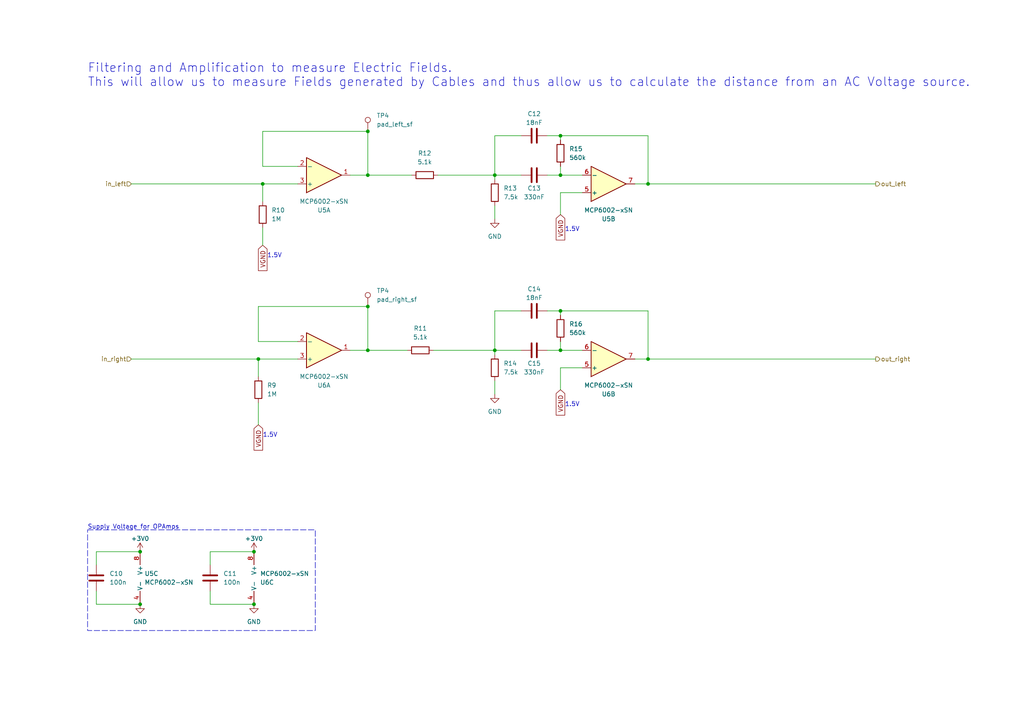
<source format=kicad_sch>
(kicad_sch (version 20230121) (generator eeschema)
  (paper "A4")
  (title_block (title "Amplifiers and Filters for Pads") (date "2022-12-22") (rev "V.1.1") (company "ZHAW") (comment 1 "Created by: horvaale & weytim01") (comment 2 "Pads for measuring electric fields (voltage)"))
  (lib_symbols
    (symbol "Amplifier_Operational:MCP6002-xSN" (pin_names (offset 0.127))
      (property "Reference" "U" (at 0 5.08 0))
      (property "Value" "MCP6002-xSN" (at 0 -5.08 0))
      (symbol "MCP6002-xSN_1_1"
        (polyline (pts (xy -5.08 5.08) (xy 5.08 0) (xy -5.08 -5.08) (xy -5.08 5.08)) (stroke (width 0.254)) (fill (type background)))
        (pin output line (at 7.62 0 180) (length 2.54) (name "~") (number "1"))
        (pin input line (at -7.62 -2.54 0) (length 2.54) (name "-") (number "2"))
        (pin input line (at -7.62 2.54 0) (length 2.54) (name "+") (number "3"))
      )
      (symbol "MCP6002-xSN_2_1"
        (polyline (pts (xy -5.08 5.08) (xy 5.08 0) (xy -5.08 -5.08) (xy -5.08 5.08)) (stroke (width 0.254)) (fill (type background)))
        (pin input line (at -7.62 2.54 0) (length 2.54) (name "+") (number "5"))
        (pin input line (at -7.62 -2.54 0) (length 2.54) (name "-") (number "6"))
        (pin output line (at 7.62 0 180) (length 2.54) (name "~") (number "7"))
      )
      (symbol "MCP6002-xSN_3_1"
        (pin power_in line (at -2.54 -7.62 90) (length 3.81) (name "V-") (number "4"))
        (pin power_in line (at -2.54 7.62 270) (length 3.81) (name "V+") (number "8"))
      )
    )
    (symbol "Connector:TestPoint" (pin_numbers hide) (pin_names (offset 0.762) hide)
      (property "Reference" "TP" (at 0 6.858 0))
      (property "Value" "TestPoint" (at 0 5.08 0))
      (symbol "TestPoint_0_1"
        (circle (center 0 3.302) (radius 0.762))
      )
      (symbol "TestPoint_1_1"
        (pin passive line (at 0 0 90) (length 2.54) (name "1") (number "1"))
      )
    )
    (symbol "Device:C" (pin_numbers hide) (pin_names (offset 0.254))
      (property "Reference" "C" (at 0.635 2.54 0))
      (property "Value" "C" (at 0.635 -2.54 0))
      (symbol "C_0_1"
        (polyline (pts (xy -2.032 -0.762) (xy 2.032 -0.762)) (stroke (width 0.508)))
        (polyline (pts (xy -2.032 0.762) (xy 2.032 0.762)) (stroke (width 0.508)))
      )
      (symbol "C_1_1"
        (pin passive line (at 0 3.81 270) (length 2.794) (name "~") (number "1"))
        (pin passive line (at 0 -3.81 90) (length 2.794) (name "~") (number "2"))
      )
    )
    (symbol "Device:R" (pin_numbers hide) (pin_names (offset 0))
      (property "Reference" "R" (at 2.032 0 90))
      (property "Value" "R" (at 0 0 90))
      (symbol "R_0_1"
        (rectangle (start -1.016 -2.54) (end 1.016 2.54) (stroke (width 0.254)))
      )
      (symbol "R_1_1"
        (pin passive line (at 0 3.81 270) (length 1.27) (name "~") (number "1"))
        (pin passive line (at 0 -3.81 90) (length 1.27) (name "~") (number "2"))
      )
    )
    (symbol "power:+3V0" (power) (pin_names (offset 0))
      (property "Value" "+3V0" (at 0 3.556 0))
      (symbol "+3V0_0_1"
        (polyline (pts (xy -0.762 1.27) (xy 0 2.54)))
        (polyline (pts (xy 0 0) (xy 0 2.54)))
        (polyline (pts (xy 0 2.54) (xy 0.762 1.27)))
      )
      (symbol "+3V0_1_1"
        (pin power_in line (at 0 0 90) (length 0) hide (name "+3V0") (number "1"))
      )
    )
    (symbol "power:GND" (power) (pin_names (offset 0))
      (property "Value" "GND" (at 0 -3.81 0))
      (symbol "GND_0_1"
        (polyline (pts (xy 0 0) (xy 0 -1.27) (xy 1.27 -1.27) (xy 0 -2.54) (xy -1.27 -1.27) (xy 0 -1.27)))
      )
      (symbol "GND_1_1"
        (pin power_in line (at 0 0 270) (length 0) hide (name "GND") (number "1"))
      )
    )
  )
  (junction (at 106.68 101.6))
  (junction (at 106.68 38.1))
  (junction (at 106.68 88.9))
  (junction (at 143.51 50.8))
  (junction (at 162.56 39.37))
  (junction (at 162.56 101.6))
  (junction (at 76.2 53.34))
  (junction (at 187.96 53.34))
  (junction (at 73.66 175.26))
  (junction (at 162.56 90.17))
  (junction (at 40.64 175.26))
  (junction (at 143.51 101.6))
  (junction (at 40.64 160.02))
  (junction (at 74.93 104.14))
  (junction (at 106.68 50.8))
  (junction (at 73.66 160.02))
  (junction (at 162.56 50.8))
  (junction (at 187.96 104.14))
  (wire (pts (xy 76.2 53.34) (xy 86.36 53.34)))
  (wire (pts (xy 74.93 116.84) (xy 74.93 123.19)))
  (wire (pts (xy 106.68 101.6) (xy 118.11 101.6)))
  (wire (pts (xy 143.51 101.6) (xy 151.13 101.6)))
  (wire (pts (xy 184.15 104.14) (xy 187.96 104.14)))
  (wire (pts (xy 162.56 106.68) (xy 162.56 113.03)))
  (wire (pts (xy 151.13 90.17) (xy 143.51 90.17)))
  (wire (pts (xy 187.96 90.17) (xy 187.96 104.14)))
  (wire (pts (xy 168.91 106.68) (xy 162.56 106.68)))
  (wire (pts (xy 106.68 50.8) (xy 119.38 50.8)))
  (wire (pts (xy 162.56 39.37) (xy 187.96 39.37)))
  (wire (pts (xy 74.93 104.14) (xy 74.93 109.22)))
  (wire (pts (xy 74.93 104.14) (xy 86.36 104.14)))
  (wire (pts (xy 76.2 53.34) (xy 76.2 58.42)))
  (wire (pts (xy 60.96 171.45) (xy 60.96 175.26)))
  (wire (pts (xy 187.96 53.34) (xy 254 53.34)))
  (wire (pts (xy 187.96 39.37) (xy 187.96 53.34)))
  (wire (pts (xy 143.51 50.8) (xy 143.51 52.07)))
  (wire (pts (xy 101.6 50.8) (xy 106.68 50.8)))
  (wire (pts (xy 158.75 90.17) (xy 162.56 90.17)))
  (wire (pts (xy 162.56 50.8) (xy 168.91 50.8)))
  (wire (pts (xy 162.56 90.17) (xy 162.56 91.44)))
  (wire (pts (xy 76.2 66.04) (xy 76.2 71.12)))
  (wire (pts (xy 27.94 160.02) (xy 40.64 160.02)))
  (wire (pts (xy 143.51 101.6) (xy 143.51 102.87)))
  (wire (pts (xy 106.68 38.1) (xy 106.68 50.8)))
  (wire (pts (xy 162.56 101.6) (xy 168.91 101.6)))
  (wire (pts (xy 76.2 38.1) (xy 76.2 48.26)))
  (wire (pts (xy 143.51 90.17) (xy 143.51 101.6)))
  (wire (pts (xy 86.36 99.06) (xy 74.93 99.06)))
  (wire (pts (xy 125.73 101.6) (xy 143.51 101.6)))
  (wire (pts (xy 74.93 88.9) (xy 106.68 88.9)))
  (wire (pts (xy 27.94 175.26) (xy 40.64 175.26)))
  (wire (pts (xy 168.91 55.88) (xy 162.56 55.88)))
  (wire (pts (xy 101.6 101.6) (xy 106.68 101.6)))
  (wire (pts (xy 27.94 163.83) (xy 27.94 160.02)))
  (wire (pts (xy 60.96 175.26) (xy 73.66 175.26)))
  (wire (pts (xy 27.94 171.45) (xy 27.94 175.26)))
  (wire (pts (xy 143.51 110.49) (xy 143.51 114.3)))
  (wire (pts (xy 162.56 99.06) (xy 162.56 101.6)))
  (wire (pts (xy 38.1 104.14) (xy 74.93 104.14)))
  (wire (pts (xy 158.75 50.8) (xy 162.56 50.8)))
  (wire (pts (xy 60.96 163.83) (xy 60.96 160.02)))
  (wire (pts (xy 162.56 48.26) (xy 162.56 50.8)))
  (wire (pts (xy 187.96 104.14) (xy 254 104.14)))
  (wire (pts (xy 143.51 59.69) (xy 143.51 63.5)))
  (wire (pts (xy 158.75 39.37) (xy 162.56 39.37)))
  (wire (pts (xy 127 50.8) (xy 143.51 50.8)))
  (wire (pts (xy 143.51 39.37) (xy 143.51 50.8)))
  (wire (pts (xy 143.51 50.8) (xy 151.13 50.8)))
  (wire (pts (xy 162.56 39.37) (xy 162.56 40.64)))
  (wire (pts (xy 106.68 88.9) (xy 106.68 101.6)))
  (wire (pts (xy 162.56 55.88) (xy 162.56 62.23)))
  (wire (pts (xy 158.75 101.6) (xy 162.56 101.6)))
  (wire (pts (xy 86.36 48.26) (xy 76.2 48.26)))
  (wire (pts (xy 162.56 90.17) (xy 187.96 90.17)))
  (wire (pts (xy 76.2 38.1) (xy 106.68 38.1)))
  (wire (pts (xy 60.96 160.02) (xy 73.66 160.02)))
  (wire (pts (xy 38.1 53.34) (xy 76.2 53.34)))
  (wire (pts (xy 74.93 99.06) (xy 74.93 88.9)))
  (wire (pts (xy 187.96 53.34) (xy 184.15 53.34)))
  (wire (pts (xy 151.13 39.37) (xy 143.51 39.37)))
  (rectangle (start 25.4 153.67) (end 91.44 182.88) (stroke (width 0) (type dash)))
  (text "Filtering and Amplification to measure Electric Fields.\nThis will allow us to measure Fields generated by Cables and thus allow us to calculate the distance from an AC Voltage source." (at 25.4 25.4 0) (effects (font (size 2.54 2.54)) (justify left bottom)))
  (text "1.5V\n" (at 163.83 67.31 0) (effects (font (size 1.27 1.27)) (justify left bottom)))
  (text "1.5V\n" (at 163.83 118.11 0) (effects (font (size 1.27 1.27)) (justify left bottom)))
  (text "1.5V\n" (at 77.47 74.93 0) (effects (font (size 1.27 1.27)) (justify left bottom)))
  (text "1.5V\n" (at 76.2 127 0) (effects (font (size 1.27 1.27)) (justify left bottom)))
  (text "Supply Voltage for OPAmps" (at 25.4 153.67 0) (effects (font (size 1.27 1.27)) (justify left bottom)))
  (global_label "VGND" (shape input) (at 162.56 62.23 270) (property "Intersheetrefs" "${INTERSHEET_REFS}" (effects hide)))
  (global_label "VGND" (shape input) (at 76.2 71.12 270) (property "Intersheetrefs" "${INTERSHEET_REFS}" (effects hide)))
  (global_label "VGND" (shape input) (at 74.93 123.19 270) (property "Intersheetrefs" "${INTERSHEET_REFS}" (effects hide)))
  (global_label "VGND" (shape input) (at 162.56 113.03 270) (property "Intersheetrefs" "${INTERSHEET_REFS}" (effects hide)))
  (hierarchical_label "in_left" (shape input) (at 38.1 53.34 180))
  (hierarchical_label "out_right" (shape output) (at 254 104.14 0))
  (hierarchical_label "out_left" (shape output) (at 254 53.34 0))
  (hierarchical_label "in_right" (shape input) (at 38.1 104.14 180))
  (symbol (lib_id "Device:R") (at 121.92 101.6 90) (unit 1)
    (property "Reference" "R11" (at 121.92 95.25 90))
    (property "Value" "5.1k" (at 121.92 97.79 90))
    (property "Footprint" "Resistor_SMD:R_0805_2012Metric_Pad1.20x1.40mm_HandSolder" (effects hide))
  )
  (symbol (lib_id "Device:C") (at 154.94 50.8 90) (unit 1)
    (property "Reference" "C13" (at 154.94 54.61 90))
    (property "Value" "330nF" (at 154.94 57.15 90))
    (property "Footprint" "Capacitor_SMD:C_0805_2012Metric_Pad1.18x1.45mm_HandSolder" (effects hide))
  )
  (symbol (lib_id "power:GND") (at 73.66 175.26 0) (unit 1)
    (property "Reference" "#PWR040" (effects hide))
    (property "Value" "GND" (at 73.66 180.34 0))
  )
  (symbol (lib_id "Device:R") (at 143.51 106.68 0) (unit 1)
    (property "Reference" "R14" (at 146.05 105.41 0) (effects (justify left)))
    (property "Value" "7.5k" (at 146.05 107.95 0) (effects (justify left)))
    (property "Footprint" "Resistor_SMD:R_0805_2012Metric_Pad1.20x1.40mm_HandSolder" (effects hide))
  )
  (symbol (lib_id "Amplifier_Operational:MCP6002-xSN") (at 43.18 167.64 0) (unit 3)
    (property "Reference" "U5" (at 41.91 166.3699 0) (effects (justify left)))
    (property "Value" "MCP6002-xSN" (at 41.91 168.9099 0) (effects (justify left)))
    (property "Footprint" "Package_SO:SOIC-8_3.9x4.9mm_P1.27mm" (effects hide))
    (property "Datasheet" "http://ww1.microchip.com/downloads/en/DeviceDoc/21733j.pdf" (effects hide))
    (property "Sim.Library" "spice\\MCP6002.lib" (effects hide))
    (property "Sim.Name" "MCP6002" (effects hide))
    (property "Sim.Pins" "1=1out 2=1in- 3=1in+ 4=vcc- 5=2in+ 6=2in- 7=2out 8=vcc+" (effects hide))
  )
  (symbol (lib_id "power:GND") (at 40.64 175.26 0) (unit 1)
    (property "Reference" "#PWR038" (effects hide))
    (property "Value" "GND" (at 40.64 180.34 0))
  )
  (symbol (lib_id "Device:C") (at 60.96 167.64 0) (unit 1)
    (property "Reference" "C11" (at 64.77 166.3699 0) (effects (justify left)))
    (property "Value" "100n" (at 64.77 168.9099 0) (effects (justify left)))
    (property "Footprint" "Capacitor_SMD:C_0805_2012Metric_Pad1.18x1.45mm_HandSolder" (effects hide))
  )
  (symbol (lib_id "power:GND") (at 143.51 63.5 0) (unit 1)
    (property "Reference" "#PWR041" (effects hide))
    (property "Value" "GND" (at 143.51 68.58 0))
  )
  (symbol (lib_id "Device:R") (at 76.2 62.23 0) (unit 1)
    (property "Reference" "R10" (at 78.74 60.96 0) (effects (justify left)))
    (property "Value" "1M" (at 78.74 63.5 0) (effects (justify left)))
    (property "Footprint" "Resistor_SMD:R_0805_2012Metric_Pad1.20x1.40mm_HandSolder" (effects hide))
  )
  (symbol (lib_id "Device:C") (at 154.94 101.6 90) (unit 1)
    (property "Reference" "C15" (at 154.94 105.41 90))
    (property "Value" "330nF" (at 154.94 107.95 90))
    (property "Footprint" "Capacitor_SMD:C_0805_2012Metric_Pad1.18x1.45mm_HandSolder" (effects hide))
  )
  (symbol (lib_id "Connector:TestPoint") (at 106.68 88.9 0) (unit 1)
    (property "Reference" "TP4" (at 109.22 84.328 0) (effects (justify left)))
    (property "Value" "pad_right_sf" (at 109.22 86.868 0) (effects (justify left)))
    (property "Footprint" "TestPoint:TestPoint_Loop_D2.60mm_Drill1.6mm_Beaded" (effects hide))
    (property "Sim.Enable" "0" (effects hide))
    (property "Sim.Device" "SPICE" (effects hide))
    (property "Sim.Params" "type=\"R\" model=\"pad_left\" lib=\"\"" (effects hide))
    (property "Sim.Pins" "1=1" (effects hide))
    (instances (project "Cable_Monitor" (path "" (reference "TP4") (unit 1)) (path "" (reference "TP20") (unit 1))))
  )
  (symbol (lib_id "Amplifier_Operational:MCP6002-xSN") (at 93.98 50.8 0) (mirror x) (unit 1)
    (property "Reference" "U5" (at 93.98 60.96 0))
    (property "Value" "MCP6002-xSN" (at 93.98 58.42 0))
    (property "Footprint" "Package_SO:SOIC-8_3.9x4.9mm_P1.27mm" (effects hide))
    (property "Datasheet" "http://ww1.microchip.com/downloads/en/DeviceDoc/21733j.pdf" (effects hide))
    (property "Sim.Library" "spice\\MCP6002.lib" (effects hide))
    (property "Sim.Name" "MCP6002" (effects hide))
    (property "Sim.Pins" "1=1out 2=1in- 3=1in+ 4=vcc- 5=2in+ 6=2in- 7=2out 8=vcc+" (effects hide))
  )
  (symbol (lib_id "power:+3V0") (at 40.64 160.02 0) (unit 1)
    (property "Reference" "#PWR037" (effects hide))
    (property "Value" "+3V0" (at 40.64 156.21 0))
  )
  (symbol (lib_id "Amplifier_Operational:MCP6002-xSN") (at 176.53 53.34 0) (mirror x) (unit 2)
    (property "Reference" "U5" (at 176.53 63.5 0))
    (property "Value" "MCP6002-xSN" (at 176.53 60.96 0))
    (property "Footprint" "Package_SO:SOIC-8_3.9x4.9mm_P1.27mm" (effects hide))
    (property "Datasheet" "http://ww1.microchip.com/downloads/en/DeviceDoc/21733j.pdf" (effects hide))
    (property "Sim.Library" "spice\\MCP6002.lib" (effects hide))
    (property "Sim.Name" "MCP6002" (effects hide))
    (property "Sim.Pins" "1=1out 2=1in- 3=1in+ 4=vcc- 5=2in+ 6=2in- 7=2out 8=vcc+" (effects hide))
  )
  (symbol (lib_id "power:+3V0") (at 73.66 160.02 0) (unit 1)
    (property "Reference" "#PWR039" (effects hide))
    (property "Value" "+3V0" (at 73.66 156.21 0))
  )
  (symbol (lib_id "Amplifier_Operational:MCP6002-xSN") (at 76.2 167.64 0) (unit 3)
    (property "Reference" "U6" (at 77.47 168.91 0))
    (property "Value" "MCP6002-xSN" (at 82.55 166.37 0))
    (property "Footprint" "Package_SO:SOIC-8_3.9x4.9mm_P1.27mm" (effects hide))
    (property "Datasheet" "http://ww1.microchip.com/downloads/en/DeviceDoc/21733j.pdf" (effects hide))
    (property "Sim.Library" "spice\\MCP6002.lib" (effects hide))
    (property "Sim.Name" "MCP6002" (effects hide))
    (property "Sim.Pins" "1=1out 2=1in- 3=1in+ 4=vcc- 5=2in+ 6=2in- 7=2out 8=vcc+" (effects hide))
  )
  (symbol (lib_id "Device:R") (at 162.56 95.25 0) (unit 1)
    (property "Reference" "R16" (at 165.1 93.98 0) (effects (justify left)))
    (property "Value" "560k" (at 165.1 96.52 0) (effects (justify left)))
    (property "Footprint" "Resistor_SMD:R_0805_2012Metric_Pad1.20x1.40mm_HandSolder" (effects hide))
  )
  (symbol (lib_id "Device:R") (at 162.56 44.45 0) (unit 1)
    (property "Reference" "R15" (at 165.1 43.18 0) (effects (justify left)))
    (property "Value" "560k" (at 165.1 45.72 0) (effects (justify left)))
    (property "Footprint" "Resistor_SMD:R_0805_2012Metric_Pad1.20x1.40mm_HandSolder" (effects hide))
  )
  (symbol (lib_id "Device:C") (at 154.94 90.17 90) (unit 1)
    (property "Reference" "C14" (at 154.94 83.82 90))
    (property "Value" "18nF" (at 154.94 86.36 90))
    (property "Footprint" "Capacitor_SMD:C_0805_2012Metric_Pad1.18x1.45mm_HandSolder" (effects hide))
  )
  (symbol (lib_id "Device:R") (at 123.19 50.8 90) (unit 1)
    (property "Reference" "R12" (at 123.19 44.45 90))
    (property "Value" "5.1k" (at 123.19 46.99 90))
    (property "Footprint" "Resistor_SMD:R_0805_2012Metric_Pad1.20x1.40mm_HandSolder" (effects hide))
  )
  (symbol (lib_id "Device:R") (at 143.51 55.88 0) (unit 1)
    (property "Reference" "R13" (at 146.05 54.61 0) (effects (justify left)))
    (property "Value" "7.5k" (at 146.05 57.15 0) (effects (justify left)))
    (property "Footprint" "Resistor_SMD:R_0805_2012Metric_Pad1.20x1.40mm_HandSolder" (effects hide))
  )
  (symbol (lib_id "Amplifier_Operational:MCP6002-xSN") (at 176.53 104.14 0) (mirror x) (unit 2)
    (property "Reference" "U6" (at 176.53 114.3 0))
    (property "Value" "MCP6002-xSN" (at 176.53 111.76 0))
    (property "Footprint" "Package_SO:SOIC-8_3.9x4.9mm_P1.27mm" (effects hide))
    (property "Datasheet" "http://ww1.microchip.com/downloads/en/DeviceDoc/21733j.pdf" (effects hide))
    (property "Sim.Library" "spice\\MCP6002.lib" (effects hide))
    (property "Sim.Name" "MCP6002" (effects hide))
    (property "Sim.Pins" "1=1out 2=1in- 3=1in+ 4=vcc- 5=2in+ 6=2in- 7=2out 8=vcc+" (effects hide))
  )
  (symbol (lib_id "Device:R") (at 74.93 113.03 0) (unit 1)
    (property "Reference" "R9" (at 77.47 111.76 0) (effects (justify left)))
    (property "Value" "1M" (at 77.47 114.3 0) (effects (justify left)))
    (property "Footprint" "Resistor_SMD:R_0805_2012Metric_Pad1.20x1.40mm_HandSolder" (effects hide))
  )
  (symbol (lib_id "Device:C") (at 27.94 167.64 0) (unit 1)
    (property "Reference" "C10" (at 31.75 166.3699 0) (effects (justify left)))
    (property "Value" "100n" (at 31.75 168.9099 0) (effects (justify left)))
    (property "Footprint" "Capacitor_SMD:C_0805_2012Metric_Pad1.18x1.45mm_HandSolder" (effects hide))
  )
  (symbol (lib_id "Amplifier_Operational:MCP6002-xSN") (at 93.98 101.6 0) (mirror x) (unit 1)
    (property "Reference" "U6" (at 93.98 111.76 0))
    (property "Value" "MCP6002-xSN" (at 93.98 109.22 0))
    (property "Footprint" "Package_SO:SOIC-8_3.9x4.9mm_P1.27mm" (effects hide))
    (property "Datasheet" "http://ww1.microchip.com/downloads/en/DeviceDoc/21733j.pdf" (effects hide))
    (property "Sim.Library" "spice\\MCP6002.lib" (effects hide))
    (property "Sim.Name" "MCP6002" (effects hide))
    (property "Sim.Pins" "1=1out 2=1in- 3=1in+ 4=vcc- 5=2in+ 6=2in- 7=2out 8=vcc+" (effects hide))
  )
  (symbol (lib_id "Device:C") (at 154.94 39.37 90) (unit 1)
    (property "Reference" "C12" (at 154.94 33.02 90))
    (property "Value" "18nF" (at 154.94 35.56 90))
    (property "Footprint" "Capacitor_SMD:C_0805_2012Metric_Pad1.18x1.45mm_HandSolder" (effects hide))
  )
  (symbol (lib_id "power:GND") (at 143.51 114.3 0) (unit 1)
    (property "Reference" "#PWR042" (effects hide))
    (property "Value" "GND" (at 143.51 119.38 0))
  )
  (symbol (lib_id "Connector:TestPoint") (at 106.68 38.1 0) (unit 1)
    (property "Reference" "TP4" (at 109.22 33.528 0) (effects (justify left)))
    (property "Value" "pad_left_sf" (at 109.22 36.068 0) (effects (justify left)))
    (property "Footprint" "TestPoint:TestPoint_Loop_D2.60mm_Drill1.6mm_Beaded" (effects hide))
    (property "Sim.Enable" "0" (effects hide))
    (property "Sim.Device" "SPICE" (effects hide))
    (property "Sim.Params" "type=\"R\" model=\"pad_left\" lib=\"\"" (effects hide))
    (property "Sim.Pins" "1=1" (effects hide))
    (instances (project "Cable_Monitor" (path "" (reference "TP4") (unit 1)) (path "" (reference "TP19") (unit 1))))
  )
)
</source>
